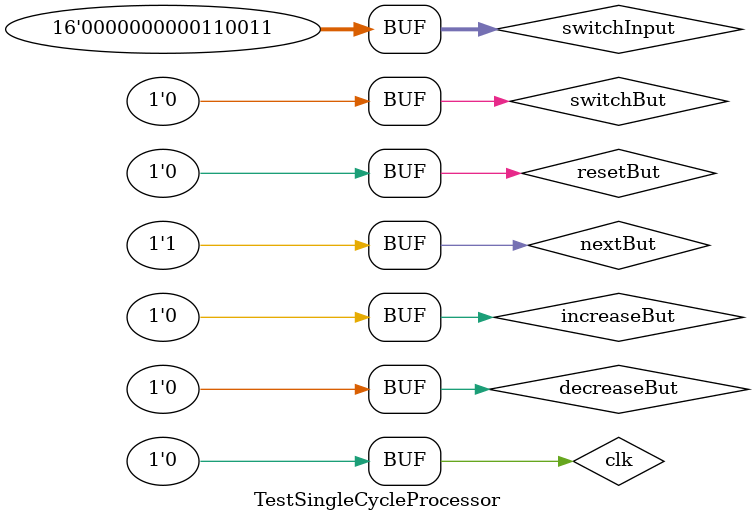
<source format=sv>
`timescale 1ns / 1ps


module TestSingleCycleProcessor();

 logic clk;
 logic resetBut, decreaseBut, switchBut, increaseBut, nextBut;
 logic [15:0] switchInput;
 logic [15:0] leds;
 logic [6:0] seg; 
 logic dp;
 logic [3:0] an;

SingleCycleProcessor dut(clk, resetBut, decreaseBut, switchBut, increaseBut, nextBut, switchInput, leds, seg, dp, an);

always
        begin 
            clk = 1; #10; 
            clk = 0; #10;
        end

initial begin
resetBut = 0; switchBut = 0; decreaseBut = 0; increaseBut = 0; switchBut = 0; 

nextBut = 1; switchInput  = 16'b000_0_0000_0000_0000;  #20;
nextBut = 1; switchInput  = 16'b000_0_0000_0001_0001;  #20;
nextBut = 1; switchInput  = 16'b000_0_0000_0010_0010;  #20;
nextBut = 1; switchInput  = 16'b000_0_0000_0011_0011;  #20;
nextBut = 1; switchInput  = 16'b000_0_0000_0011_0011;  #20;
nextBut = 1; switchInput  = 16'b000_0_0000_0011_0011;  #20;

nextBut = 0; decreaseBut = 1; #20;
decreaseBut = 0; increaseBut = 1; #20;
increaseBut = 0;

nextBut = 1; switchInput = 16'b001_1_0000_0000_0001;  #20;
nextBut = 1; switchInput = 16'b001_1_0011_0000_0000;  #20;
nextBut = 1; switchInput  = 16'b001_1_0100_0000_0001;  #20;
nextBut = 1; switchInput  = 16'b000_0_0000_0011_0011;  #20;
nextBut = 1; switchInput  = 16'b000_0_0000_0011_0011;  #20;

nextBut = 1; switchInput  = 16'b101_01001_0010_0001;  #20;
nextBut = 1; switchInput  = 16'b010_0_0011_0011_0000;  #20;
nextBut = 1; switchInput  = 16'b010_0_0010_0010_0100;  #20;
nextBut = 1; switchInput  = 16'b101_00101_0000_0000; #20;
nextBut = 1; switchInput  = 16'b000_0_0000_0011_0011;  #20;
nextBut = 1; switchInput  = 16'b000_0_0000_0011_0011;  #20;
nextBut = 1; switchInput  = 16'b000_0_0000_0011_0011;  #20;
nextBut = 1; switchInput  = 16'b000_0_0000_0011_0011;  #20;

end
endmodule

</source>
